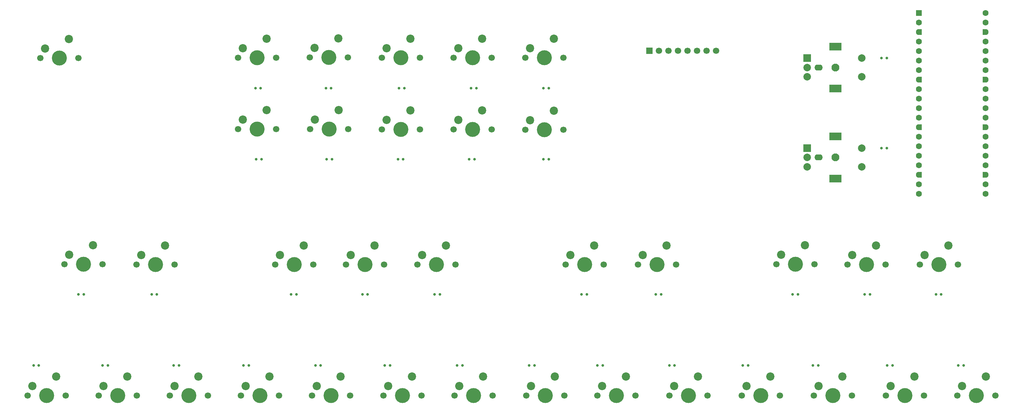
<source format=gbr>
%TF.GenerationSoftware,KiCad,Pcbnew,9.0.6+dfsg-1*%
%TF.CreationDate,2025-12-17T11:12:38+09:00*%
%TF.ProjectId,minimidi,6d696e69-6d69-4646-992e-6b696361645f,rev?*%
%TF.SameCoordinates,Original*%
%TF.FileFunction,Soldermask,Top*%
%TF.FilePolarity,Negative*%
%FSLAX46Y46*%
G04 Gerber Fmt 4.6, Leading zero omitted, Abs format (unit mm)*
G04 Created by KiCad (PCBNEW 9.0.6+dfsg-1) date 2025-12-17 11:12:38*
%MOMM*%
%LPD*%
G01*
G04 APERTURE LIST*
G04 Aperture macros list*
%AMRoundRect*
0 Rectangle with rounded corners*
0 $1 Rounding radius*
0 $2 $3 $4 $5 $6 $7 $8 $9 X,Y pos of 4 corners*
0 Add a 4 corners polygon primitive as box body*
4,1,4,$2,$3,$4,$5,$6,$7,$8,$9,$2,$3,0*
0 Add four circle primitives for the rounded corners*
1,1,$1+$1,$2,$3*
1,1,$1+$1,$4,$5*
1,1,$1+$1,$6,$7*
1,1,$1+$1,$8,$9*
0 Add four rect primitives between the rounded corners*
20,1,$1+$1,$2,$3,$4,$5,0*
20,1,$1+$1,$4,$5,$6,$7,0*
20,1,$1+$1,$6,$7,$8,$9,0*
20,1,$1+$1,$8,$9,$2,$3,0*%
%AMFreePoly0*
4,1,37,0.603843,0.796157,0.639018,0.796157,0.711114,0.766294,0.766294,0.711114,0.796157,0.639018,0.796157,0.603843,0.800000,0.600000,0.800000,-0.600000,0.796157,-0.603843,0.796157,-0.639018,0.766294,-0.711114,0.711114,-0.766294,0.639018,-0.796157,0.603843,-0.796157,0.600000,-0.800000,0.000000,-0.800000,0.000000,-0.796148,-0.078414,-0.796148,-0.232228,-0.765552,-0.377117,-0.705537,
-0.507515,-0.618408,-0.618408,-0.507515,-0.705537,-0.377117,-0.765552,-0.232228,-0.796148,-0.078414,-0.796148,0.078414,-0.765552,0.232228,-0.705537,0.377117,-0.618408,0.507515,-0.507515,0.618408,-0.377117,0.705537,-0.232228,0.765552,-0.078414,0.796148,0.000000,0.796148,0.000000,0.800000,0.600000,0.800000,0.603843,0.796157,0.603843,0.796157,$1*%
%AMFreePoly1*
4,1,37,0.000000,0.796148,0.078414,0.796148,0.232228,0.765552,0.377117,0.705537,0.507515,0.618408,0.618408,0.507515,0.705537,0.377117,0.765552,0.232228,0.796148,0.078414,0.796148,-0.078414,0.765552,-0.232228,0.705537,-0.377117,0.618408,-0.507515,0.507515,-0.618408,0.377117,-0.705537,0.232228,-0.765552,0.078414,-0.796148,0.000000,-0.796148,0.000000,-0.800000,-0.600000,-0.800000,
-0.603843,-0.796157,-0.639018,-0.796157,-0.711114,-0.766294,-0.766294,-0.711114,-0.796157,-0.639018,-0.796157,-0.603843,-0.800000,-0.600000,-0.800000,0.600000,-0.796157,0.603843,-0.796157,0.639018,-0.766294,0.711114,-0.711114,0.766294,-0.639018,0.796157,-0.603843,0.796157,-0.600000,0.800000,0.000000,0.800000,0.000000,0.796148,0.000000,0.796148,$1*%
G04 Aperture macros list end*
%ADD10C,1.700000*%
%ADD11C,4.000000*%
%ADD12C,2.200000*%
%ADD13RoundRect,0.150000X-0.150000X-0.200000X0.150000X-0.200000X0.150000X0.200000X-0.150000X0.200000X0*%
%ADD14RoundRect,0.150000X0.150000X0.200000X-0.150000X0.200000X-0.150000X-0.200000X0.150000X-0.200000X0*%
%ADD15O,2.200000X1.600000*%
%ADD16C,2.100000*%
%ADD17R,2.000000X2.000000*%
%ADD18C,2.000000*%
%ADD19R,3.200000X2.000000*%
%ADD20R,1.700000X1.700000*%
%ADD21RoundRect,0.200000X-0.600000X-0.600000X0.600000X-0.600000X0.600000X0.600000X-0.600000X0.600000X0*%
%ADD22C,1.600000*%
%ADD23FreePoly0,0.000000*%
%ADD24FreePoly1,0.000000*%
G04 APERTURE END LIST*
D10*
%TO.C,SW28*%
X75685797Y-44364393D03*
D11*
X80765797Y-44364393D03*
D10*
X85845797Y-44364393D03*
D12*
X83305797Y-39284393D03*
X76955797Y-41824393D03*
%TD*%
D10*
%TO.C,SW33*%
X133120921Y-63521370D03*
D11*
X138200921Y-63521370D03*
D10*
X143280921Y-63521370D03*
D12*
X140740921Y-58441370D03*
X134390921Y-60981370D03*
%TD*%
D13*
%TO.C,D21*%
X244200000Y-107500000D03*
X242800000Y-107500000D03*
%TD*%
%TO.C,D3*%
X91200000Y-107500000D03*
X89800000Y-107500000D03*
%TD*%
D10*
%TO.C,SW24*%
X267540000Y-134540000D03*
D11*
X272620000Y-134540000D03*
D10*
X277700000Y-134540000D03*
D12*
X275160000Y-129460000D03*
X268810000Y-132000000D03*
%TD*%
D13*
%TO.C,D22*%
X250200000Y-126500000D03*
X248800000Y-126500000D03*
%TD*%
D14*
%TO.C,D29*%
X99300000Y-71500000D03*
X100700000Y-71500000D03*
%TD*%
D10*
%TO.C,SW13*%
X152500000Y-134580000D03*
D11*
X157580000Y-134580000D03*
D10*
X162660000Y-134580000D03*
D12*
X160120000Y-129500000D03*
X153770000Y-132040000D03*
%TD*%
D10*
%TO.C,SW32*%
X113980906Y-63517029D03*
D11*
X119060906Y-63517029D03*
D10*
X124140906Y-63517029D03*
D12*
X121600906Y-58437029D03*
X115250906Y-60977029D03*
%TD*%
D10*
%TO.C,SW12*%
X133420000Y-134540000D03*
D11*
X138500000Y-134540000D03*
D10*
X143580000Y-134540000D03*
D12*
X141040000Y-129460000D03*
X134690000Y-132000000D03*
%TD*%
D10*
%TO.C,SW31*%
X113976983Y-44365590D03*
D11*
X119056983Y-44365590D03*
D10*
X124136983Y-44365590D03*
D12*
X121596983Y-39285590D03*
X115246983Y-41825590D03*
%TD*%
D14*
%TO.C,D35*%
X157100000Y-71500000D03*
X158500000Y-71500000D03*
%TD*%
D13*
%TO.C,D5*%
X129500000Y-107500000D03*
X128100000Y-107500000D03*
%TD*%
D10*
%TO.C,SW19*%
X219230000Y-99500000D03*
D11*
X224310000Y-99500000D03*
D10*
X229390000Y-99500000D03*
D12*
X226850000Y-94420000D03*
X220500000Y-96960000D03*
%TD*%
D13*
%TO.C,D25*%
X248700000Y-44500000D03*
X247300000Y-44500000D03*
%TD*%
%TO.C,D15*%
X172900000Y-126500000D03*
X171500000Y-126500000D03*
%TD*%
%TO.C,D17*%
X192100000Y-126500000D03*
X190700000Y-126500000D03*
%TD*%
D14*
%TO.C,D30*%
X99100000Y-52500000D03*
X100500000Y-52500000D03*
%TD*%
D13*
%TO.C,D24*%
X269200000Y-126500000D03*
X267800000Y-126500000D03*
%TD*%
%TO.C,D4*%
X110200000Y-107500000D03*
X108800000Y-107500000D03*
%TD*%
D15*
%TO.C,SW25*%
X230500000Y-47000000D03*
D16*
X235000000Y-47000000D03*
D17*
X227500000Y-44500000D03*
D18*
X227500000Y-49500000D03*
X227500000Y-47000000D03*
D19*
X235000000Y-41400000D03*
X235000000Y-52600000D03*
D18*
X242000000Y-49500000D03*
X242000000Y-44500000D03*
%TD*%
D10*
%TO.C,SW20*%
X229230000Y-134580000D03*
D11*
X234310000Y-134580000D03*
D10*
X239390000Y-134580000D03*
D12*
X236850000Y-129500000D03*
X230500000Y-132040000D03*
%TD*%
D14*
%TO.C,D34*%
X137800000Y-52500000D03*
X139200000Y-52500000D03*
%TD*%
D10*
%TO.C,SW30*%
X94827134Y-44334653D03*
D11*
X99907134Y-44334653D03*
D10*
X104987134Y-44334653D03*
D12*
X102447134Y-39254653D03*
X96097134Y-41794653D03*
%TD*%
D20*
%TO.C,J1*%
X185340000Y-42500000D03*
D10*
X187880000Y-42500000D03*
X190420000Y-42500000D03*
X192960000Y-42500000D03*
X195500000Y-42500000D03*
X198040000Y-42500000D03*
X200580000Y-42500000D03*
X203120000Y-42500000D03*
%TD*%
D13*
%TO.C,D26*%
X248700000Y-68500000D03*
X247300000Y-68500000D03*
%TD*%
D10*
%TO.C,SW23*%
X257540000Y-99540000D03*
D11*
X262620000Y-99540000D03*
D10*
X267700000Y-99540000D03*
D12*
X265160000Y-94460000D03*
X258810000Y-97000000D03*
%TD*%
D13*
%TO.C,D19*%
X225000000Y-107500000D03*
X223600000Y-107500000D03*
%TD*%
%TO.C,D6*%
X22500000Y-126500000D03*
X21100000Y-126500000D03*
%TD*%
D14*
%TO.C,D36*%
X157100000Y-52500000D03*
X158500000Y-52500000D03*
%TD*%
D13*
%TO.C,D10*%
X97700000Y-126500000D03*
X96300000Y-126500000D03*
%TD*%
D14*
%TO.C,D28*%
X80300000Y-52500000D03*
X81700000Y-52500000D03*
%TD*%
D10*
%TO.C,SW16*%
X182350000Y-99580000D03*
D11*
X187430000Y-99580000D03*
D10*
X192510000Y-99580000D03*
D12*
X189970000Y-94500000D03*
X183620000Y-97040000D03*
%TD*%
D10*
%TO.C,SW17*%
X190730000Y-134580000D03*
D11*
X195810000Y-134580000D03*
D10*
X200890000Y-134580000D03*
D12*
X198350000Y-129500000D03*
X192000000Y-132040000D03*
%TD*%
D13*
%TO.C,D2*%
X54000000Y-107500000D03*
X52600000Y-107500000D03*
%TD*%
%TO.C,D12*%
X135500000Y-126500000D03*
X134100000Y-126500000D03*
%TD*%
D10*
%TO.C,SW6*%
X19500000Y-134540000D03*
D11*
X24580000Y-134540000D03*
D10*
X29660000Y-134540000D03*
D12*
X27120000Y-129460000D03*
X20770000Y-132000000D03*
%TD*%
D10*
%TO.C,SW21*%
X238230000Y-99540000D03*
D11*
X243310000Y-99540000D03*
D10*
X248390000Y-99540000D03*
D12*
X245850000Y-94460000D03*
X239500000Y-97000000D03*
%TD*%
D13*
%TO.C,D20*%
X230400000Y-126500000D03*
X229000000Y-126500000D03*
%TD*%
D14*
%TO.C,D31*%
X118600000Y-52500000D03*
X120000000Y-52500000D03*
%TD*%
D13*
%TO.C,D23*%
X263200000Y-107500000D03*
X261800000Y-107500000D03*
%TD*%
D10*
%TO.C,SW27*%
X75650000Y-63460000D03*
D11*
X80730000Y-63460000D03*
D10*
X85810000Y-63460000D03*
D12*
X83270000Y-58380000D03*
X76920000Y-60920000D03*
%TD*%
D15*
%TO.C,SW26*%
X230500000Y-71000000D03*
D16*
X235000000Y-71000000D03*
D17*
X227500000Y-68500000D03*
D18*
X227500000Y-73500000D03*
X227500000Y-71000000D03*
D19*
X235000000Y-65400000D03*
X235000000Y-76600000D03*
D18*
X242000000Y-73500000D03*
X242000000Y-68500000D03*
%TD*%
D10*
%TO.C,SW10*%
X95350000Y-134580000D03*
D11*
X100430000Y-134580000D03*
D10*
X105510000Y-134580000D03*
D12*
X102970000Y-129500000D03*
X96620000Y-132040000D03*
%TD*%
D10*
%TO.C,SW3*%
X85540000Y-99540000D03*
D11*
X90620000Y-99540000D03*
D10*
X95700000Y-99540000D03*
D12*
X93160000Y-94460000D03*
X86810000Y-97000000D03*
%TD*%
D13*
%TO.C,D18*%
X211700000Y-126500000D03*
X210300000Y-126500000D03*
%TD*%
D14*
%TO.C,D33*%
X137300000Y-71500000D03*
X138700000Y-71500000D03*
%TD*%
%TO.C,D32*%
X118300000Y-71500000D03*
X119700000Y-71500000D03*
%TD*%
D10*
%TO.C,SW34*%
X133122481Y-44388807D03*
D11*
X138202481Y-44388807D03*
D10*
X143282481Y-44388807D03*
D12*
X140742481Y-39308807D03*
X134392481Y-41848807D03*
%TD*%
D10*
%TO.C,SW14*%
X163000000Y-99620000D03*
D11*
X168080000Y-99620000D03*
D10*
X173160000Y-99620000D03*
D12*
X170620000Y-94540000D03*
X164270000Y-97080000D03*
%TD*%
D13*
%TO.C,D11*%
X116200000Y-126500000D03*
X114800000Y-126500000D03*
%TD*%
D10*
%TO.C,SW11*%
X114420000Y-134540000D03*
D11*
X119500000Y-134540000D03*
D10*
X124580000Y-134540000D03*
D12*
X122040000Y-129460000D03*
X115690000Y-132000000D03*
%TD*%
D13*
%TO.C,D13*%
X154700000Y-126500000D03*
X153300000Y-126500000D03*
%TD*%
D10*
%TO.C,SW36*%
X152269619Y-63559177D03*
D11*
X157349619Y-63559177D03*
D10*
X162429619Y-63559177D03*
D12*
X159889619Y-58479177D03*
X153539619Y-61019177D03*
%TD*%
D10*
%TO.C,SW18*%
X210000000Y-134580000D03*
D11*
X215080000Y-134580000D03*
D10*
X220160000Y-134580000D03*
D12*
X217620000Y-129500000D03*
X211270000Y-132040000D03*
%TD*%
D10*
%TO.C,SW35*%
X22920000Y-44500000D03*
D11*
X28000000Y-44500000D03*
D10*
X33080000Y-44500000D03*
D12*
X30540000Y-39420000D03*
X24190000Y-41960000D03*
%TD*%
D21*
%TO.C,A1*%
X257220000Y-32400000D03*
D22*
X257220000Y-34940000D03*
D23*
X257220000Y-37480000D03*
D22*
X257220000Y-40020000D03*
X257220000Y-42560000D03*
X257220000Y-45100000D03*
X257220000Y-47640000D03*
D23*
X257220000Y-50180000D03*
D22*
X257220000Y-52720000D03*
X257220000Y-55260000D03*
X257220000Y-57800000D03*
X257220000Y-60340000D03*
D23*
X257220000Y-62880000D03*
D22*
X257220000Y-65420000D03*
X257220000Y-67960000D03*
X257220000Y-70500000D03*
X257220000Y-73040000D03*
D23*
X257220000Y-75580000D03*
D22*
X257220000Y-78120000D03*
X257220000Y-80660000D03*
X275000000Y-80660000D03*
X275000000Y-78120000D03*
D24*
X275000000Y-75580000D03*
D22*
X275000000Y-73040000D03*
X275000000Y-70500000D03*
X275000000Y-67960000D03*
X275000000Y-65420000D03*
D24*
X275000000Y-62880000D03*
D22*
X275000000Y-60340000D03*
X275000000Y-57800000D03*
X275000000Y-55260000D03*
X275000000Y-52720000D03*
D24*
X275000000Y-50180000D03*
D22*
X275000000Y-47640000D03*
X275000000Y-45100000D03*
X275000000Y-42560000D03*
X275000000Y-40020000D03*
D24*
X275000000Y-37480000D03*
D22*
X275000000Y-34940000D03*
X275000000Y-32400000D03*
%TD*%
D10*
%TO.C,SW1*%
X29340000Y-99500000D03*
D11*
X34420000Y-99500000D03*
D10*
X39500000Y-99500000D03*
D12*
X36960000Y-94420000D03*
X30610000Y-96960000D03*
%TD*%
D10*
%TO.C,SW8*%
X57420000Y-134540000D03*
D11*
X62500000Y-134540000D03*
D10*
X67580000Y-134540000D03*
D12*
X65040000Y-129460000D03*
X58690000Y-132000000D03*
%TD*%
D13*
%TO.C,D9*%
X78500000Y-126500000D03*
X77100000Y-126500000D03*
%TD*%
D10*
%TO.C,SW9*%
X76420000Y-134540000D03*
D11*
X81500000Y-134540000D03*
D10*
X86580000Y-134540000D03*
D12*
X84040000Y-129460000D03*
X77690000Y-132000000D03*
%TD*%
D13*
%TO.C,D14*%
X168700000Y-107500000D03*
X167300000Y-107500000D03*
%TD*%
D14*
%TO.C,D27*%
X80500000Y-71500000D03*
X81900000Y-71500000D03*
%TD*%
D13*
%TO.C,D16*%
X188500000Y-107500000D03*
X187100000Y-107500000D03*
%TD*%
D10*
%TO.C,SW15*%
X171500000Y-134580000D03*
D11*
X176580000Y-134580000D03*
D10*
X181660000Y-134580000D03*
D12*
X179120000Y-129500000D03*
X172770000Y-132040000D03*
%TD*%
D10*
%TO.C,SW7*%
X38500000Y-134540000D03*
D11*
X43580000Y-134540000D03*
D10*
X48660000Y-134540000D03*
D12*
X46120000Y-129460000D03*
X39770000Y-132000000D03*
%TD*%
D10*
%TO.C,SW22*%
X248420000Y-134580000D03*
D11*
X253500000Y-134580000D03*
D10*
X258580000Y-134580000D03*
D12*
X256040000Y-129500000D03*
X249690000Y-132040000D03*
%TD*%
D10*
%TO.C,SW5*%
X123460000Y-99540000D03*
D11*
X128540000Y-99540000D03*
D10*
X133620000Y-99540000D03*
D12*
X131080000Y-94460000D03*
X124730000Y-97000000D03*
%TD*%
D10*
%TO.C,SW37*%
X152254967Y-44409948D03*
D11*
X157334967Y-44409948D03*
D10*
X162414967Y-44409948D03*
D12*
X159874967Y-39329948D03*
X153524967Y-41869948D03*
%TD*%
D10*
%TO.C,SW4*%
X104460000Y-99540000D03*
D11*
X109540000Y-99540000D03*
D10*
X114620000Y-99540000D03*
D12*
X112080000Y-94460000D03*
X105730000Y-97000000D03*
%TD*%
D13*
%TO.C,D8*%
X59900000Y-126500000D03*
X58500000Y-126500000D03*
%TD*%
%TO.C,D1*%
X34500000Y-107500000D03*
X33100000Y-107500000D03*
%TD*%
D10*
%TO.C,SW2*%
X48540000Y-99540000D03*
D11*
X53620000Y-99540000D03*
D10*
X58700000Y-99540000D03*
D12*
X56160000Y-94460000D03*
X49810000Y-97000000D03*
%TD*%
D13*
%TO.C,D7*%
X40900000Y-126500000D03*
X39500000Y-126500000D03*
%TD*%
D10*
%TO.C,SW29*%
X94839626Y-63463737D03*
D11*
X99919626Y-63463737D03*
D10*
X104999626Y-63463737D03*
D12*
X102459626Y-58383737D03*
X96109626Y-60923737D03*
%TD*%
M02*

</source>
